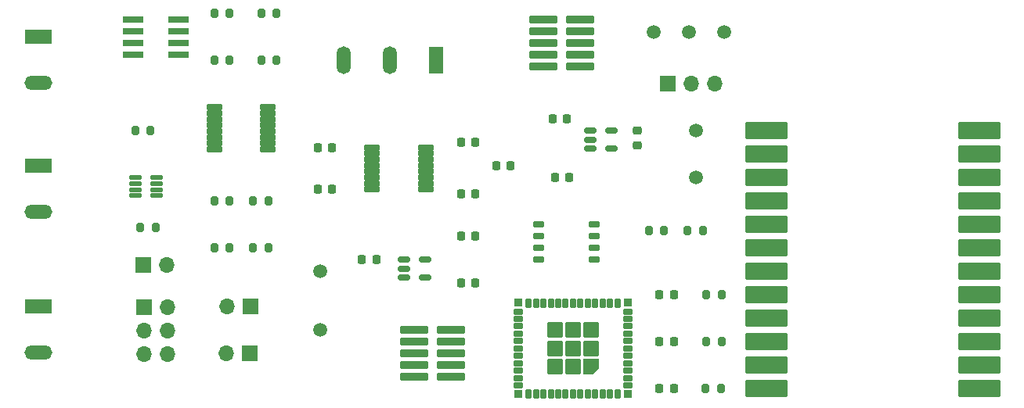
<source format=gts>
G04 #@! TF.GenerationSoftware,KiCad,Pcbnew,7.0.7*
G04 #@! TF.CreationDate,2023-10-14T20:43:12-07:00*
G04 #@! TF.ProjectId,Soil Power Sensor,536f696c-2050-46f7-9765-722053656e73,2.1.0*
G04 #@! TF.SameCoordinates,Original*
G04 #@! TF.FileFunction,Soldermask,Top*
G04 #@! TF.FilePolarity,Negative*
%FSLAX46Y46*%
G04 Gerber Fmt 4.6, Leading zero omitted, Abs format (unit mm)*
G04 Created by KiCad (PCBNEW 7.0.7) date 2023-10-14 20:43:12*
%MOMM*%
%LPD*%
G01*
G04 APERTURE LIST*
G04 Aperture macros list*
%AMRoundRect*
0 Rectangle with rounded corners*
0 $1 Rounding radius*
0 $2 $3 $4 $5 $6 $7 $8 $9 X,Y pos of 4 corners*
0 Add a 4 corners polygon primitive as box body*
4,1,4,$2,$3,$4,$5,$6,$7,$8,$9,$2,$3,0*
0 Add four circle primitives for the rounded corners*
1,1,$1+$1,$2,$3*
1,1,$1+$1,$4,$5*
1,1,$1+$1,$6,$7*
1,1,$1+$1,$8,$9*
0 Add four rect primitives between the rounded corners*
20,1,$1+$1,$2,$3,$4,$5,0*
20,1,$1+$1,$4,$5,$6,$7,0*
20,1,$1+$1,$6,$7,$8,$9,0*
20,1,$1+$1,$8,$9,$2,$3,0*%
G04 Aperture macros list end*
%ADD10R,1.700000X1.700000*%
%ADD11O,1.700000X1.700000*%
%ADD12O,3.000000X1.500000*%
%ADD13R,3.000000X1.500000*%
%ADD14RoundRect,0.152850X-0.733750X-0.153750X0.733750X-0.153750X0.733750X0.153750X-0.733750X0.153750X0*%
%ADD15RoundRect,0.125000X-0.537500X-0.125000X0.537500X-0.125000X0.537500X0.125000X-0.537500X0.125000X0*%
%ADD16RoundRect,0.101600X-0.450000X-0.250000X0.450000X-0.250000X0.450000X0.250000X-0.450000X0.250000X0*%
%ADD17RoundRect,0.101600X-0.750000X-0.225000X0.750000X-0.225000X0.750000X0.225000X-0.750000X0.225000X0*%
%ADD18RoundRect,0.101600X-2.150000X-0.825000X2.150000X-0.825000X2.150000X0.825000X-2.150000X0.825000X0*%
%ADD19RoundRect,0.150000X-0.512500X-0.150000X0.512500X-0.150000X0.512500X0.150000X-0.512500X0.150000X0*%
%ADD20R,1.500000X3.000000*%
%ADD21O,1.500000X3.000000*%
%ADD22C,1.500000*%
%ADD23RoundRect,0.200000X-0.200000X-0.275000X0.200000X-0.275000X0.200000X0.275000X-0.200000X0.275000X0*%
%ADD24RoundRect,0.225000X-0.225000X-0.250000X0.225000X-0.250000X0.225000X0.250000X-0.225000X0.250000X0*%
%ADD25RoundRect,0.225000X0.225000X0.250000X-0.225000X0.250000X-0.225000X-0.250000X0.225000X-0.250000X0*%
%ADD26RoundRect,0.200000X0.200000X0.275000X-0.200000X0.275000X-0.200000X-0.275000X0.200000X-0.275000X0*%
%ADD27RoundRect,0.101600X-0.990000X-0.265000X0.990000X-0.265000X0.990000X0.265000X-0.990000X0.265000X0*%
%ADD28RoundRect,0.101600X0.350000X0.350000X-0.350000X0.350000X-0.350000X-0.350000X0.350000X-0.350000X0*%
%ADD29RoundRect,0.101600X0.725000X0.725000X-0.725000X0.725000X-0.725000X-0.725000X0.725000X-0.725000X0*%
%ADD30RoundRect,0.101600X0.200000X0.400000X-0.200000X0.400000X-0.200000X-0.400000X0.200000X-0.400000X0*%
%ADD31RoundRect,0.101600X0.400000X0.200000X-0.400000X0.200000X-0.400000X-0.200000X0.400000X-0.200000X0*%
%ADD32RoundRect,0.101600X-1.385000X-0.325000X1.385000X-0.325000X1.385000X0.325000X-1.385000X0.325000X0*%
%ADD33RoundRect,0.225000X-0.250000X0.225000X-0.250000X-0.225000X0.250000X-0.225000X0.250000X0.225000X0*%
G04 APERTURE END LIST*
G36*
X195255000Y-89207071D02*
G01*
X194592071Y-89870000D01*
X193595000Y-89870000D01*
X193595000Y-88210000D01*
X195255000Y-88210000D01*
X195255000Y-89207071D01*
G37*
D10*
X146045000Y-82565000D03*
D11*
X148585000Y-82565000D03*
X146045000Y-85105000D03*
X148585000Y-85105000D03*
X146045000Y-87645000D03*
X148585000Y-87645000D03*
D12*
X134620000Y-58340000D03*
D13*
X134620000Y-53340000D03*
D11*
X148540000Y-78000000D03*
D10*
X146000000Y-78000000D03*
D11*
X154940000Y-87630000D03*
D10*
X157480000Y-87630000D03*
D11*
X155000000Y-82550000D03*
D10*
X157540000Y-82550000D03*
D11*
X207772000Y-58420000D03*
X205232000Y-58420000D03*
D10*
X202692000Y-58420000D03*
D14*
X159410000Y-60960000D03*
X159410000Y-61610000D03*
X159410000Y-62260000D03*
X159410000Y-62910000D03*
X159410000Y-63560000D03*
X159410000Y-64210000D03*
X159410000Y-64860000D03*
X159410000Y-65510000D03*
X153670000Y-65510000D03*
X153670000Y-64860000D03*
X153670000Y-64210000D03*
X153670000Y-63560000D03*
X153670000Y-62910000D03*
X153670000Y-62260000D03*
X153670000Y-61610000D03*
X153670000Y-60960000D03*
D15*
X147385000Y-68580000D03*
X147385000Y-69230000D03*
X147385000Y-69880000D03*
X147385000Y-70530000D03*
X145110000Y-70530000D03*
X145110000Y-69880000D03*
X145110000Y-69230000D03*
X145110000Y-68580000D03*
D16*
X194770000Y-73660000D03*
X194770000Y-74930000D03*
X194770000Y-76200000D03*
X194770000Y-77470000D03*
X188770000Y-77470000D03*
X188770000Y-76200000D03*
X188770000Y-74930000D03*
X188770000Y-73660000D03*
D17*
X176530000Y-65300000D03*
X176530000Y-65950000D03*
X176530000Y-66600000D03*
X176530000Y-67250000D03*
X176530000Y-67900000D03*
X176530000Y-68550000D03*
X176530000Y-69200000D03*
X176530000Y-69850000D03*
X170730000Y-69850000D03*
X170730000Y-69200000D03*
X170730000Y-68550000D03*
X170730000Y-67900000D03*
X170730000Y-67250000D03*
X170730000Y-66600000D03*
X170730000Y-65950000D03*
X170730000Y-65300000D03*
D18*
X236360000Y-63500000D03*
X236360000Y-66040000D03*
X236360000Y-68580000D03*
X236360000Y-71120000D03*
X236360000Y-73660000D03*
X236360000Y-76200000D03*
X236360000Y-78740000D03*
X236360000Y-81280000D03*
X236360000Y-83820000D03*
X236360000Y-86360000D03*
X236360000Y-88900000D03*
X236360000Y-91440000D03*
X213360000Y-91440000D03*
X213360000Y-88900000D03*
X213360000Y-86360000D03*
X213360000Y-83820000D03*
X213360000Y-81280000D03*
X213360000Y-78740000D03*
X213360000Y-76200000D03*
X213360000Y-73660000D03*
X213360000Y-71120000D03*
X213360000Y-68580000D03*
X213360000Y-66040000D03*
X213360000Y-63500000D03*
D19*
X196585000Y-63500000D03*
X196585000Y-65400000D03*
X194310000Y-65400000D03*
X194310000Y-64450000D03*
X194310000Y-63500000D03*
D20*
X177640000Y-55880000D03*
D21*
X172640000Y-55880000D03*
X167640000Y-55880000D03*
D22*
X204978000Y-52832000D03*
D23*
X158750000Y-55880000D03*
X160400000Y-55880000D03*
D13*
X134620000Y-82550000D03*
D12*
X134620000Y-87550000D03*
D24*
X180340000Y-64770000D03*
X181890000Y-64770000D03*
D25*
X191770000Y-62230000D03*
X190220000Y-62230000D03*
X192050000Y-68580000D03*
X190500000Y-68580000D03*
X166370000Y-65360000D03*
X164820000Y-65360000D03*
D23*
X157860000Y-76200000D03*
X159510000Y-76200000D03*
D24*
X180327000Y-70358000D03*
X181877000Y-70358000D03*
D22*
X165100000Y-85090000D03*
X205740000Y-63500000D03*
D26*
X208520000Y-81280000D03*
X206870000Y-81280000D03*
D27*
X144855000Y-51435000D03*
X144855000Y-52705000D03*
X144855000Y-53975000D03*
X144855000Y-55245000D03*
X149785000Y-55245000D03*
X149785000Y-53975000D03*
X149785000Y-52705000D03*
X149785000Y-51435000D03*
D23*
X153670000Y-71120000D03*
X155320000Y-71120000D03*
D25*
X181890000Y-80010000D03*
X180340000Y-80010000D03*
D23*
X145110000Y-63500000D03*
X146760000Y-63500000D03*
D22*
X165100000Y-78740000D03*
D26*
X208420000Y-91440000D03*
X206770000Y-91440000D03*
D24*
X184150000Y-67310000D03*
X185700000Y-67310000D03*
X180340000Y-74930000D03*
X181890000Y-74930000D03*
X164820000Y-69850000D03*
X166370000Y-69850000D03*
D19*
X174205000Y-77470000D03*
X174205000Y-78420000D03*
X174205000Y-79370000D03*
X176480000Y-79370000D03*
X176480000Y-77470000D03*
D25*
X171170000Y-77470000D03*
X169620000Y-77470000D03*
D24*
X201790000Y-91440000D03*
X203340000Y-91440000D03*
X201790000Y-86360000D03*
X203340000Y-86360000D03*
D28*
X198400000Y-92015000D03*
X198400000Y-82115000D03*
X186500000Y-82115000D03*
X186500000Y-92015000D03*
D29*
X192450000Y-87065000D03*
X194425000Y-87065000D03*
X194425000Y-85090000D03*
X192450000Y-85090000D03*
X190475000Y-85090000D03*
X190475000Y-87065000D03*
X190475000Y-89040000D03*
X192450000Y-89040000D03*
D30*
X197250000Y-91965000D03*
X196450000Y-91965000D03*
X195650000Y-91965000D03*
X194850000Y-91965000D03*
X194050000Y-91965000D03*
X193250000Y-91965000D03*
X192450000Y-91965000D03*
X191650000Y-91965000D03*
X190850000Y-91965000D03*
X190050000Y-91965000D03*
X189250000Y-91965000D03*
X188450000Y-91965000D03*
X187650000Y-91965000D03*
D31*
X186550000Y-91065000D03*
X186550000Y-90265000D03*
X186550000Y-89465000D03*
X186550000Y-88665000D03*
X186550000Y-87865000D03*
X186550000Y-87065000D03*
X186550000Y-86265000D03*
X186550000Y-85465000D03*
X186550000Y-84665000D03*
X186550000Y-83865000D03*
X186550000Y-83065000D03*
D30*
X187650000Y-82165000D03*
X188450000Y-82165000D03*
X189250000Y-82165000D03*
X190050000Y-82165000D03*
X190850000Y-82165000D03*
X191650000Y-82165000D03*
X192450000Y-82165000D03*
X193250000Y-82165000D03*
X194050000Y-82165000D03*
X194850000Y-82165000D03*
X195650000Y-82165000D03*
X196450000Y-82165000D03*
X197250000Y-82165000D03*
D31*
X198350000Y-83065000D03*
X198350000Y-83865000D03*
X198350000Y-84665000D03*
X198350000Y-85465000D03*
X198350000Y-86265000D03*
X198350000Y-87065000D03*
X198350000Y-87865000D03*
X198350000Y-88665000D03*
X198350000Y-89465000D03*
X198350000Y-90265000D03*
X198350000Y-91065000D03*
D26*
X206500000Y-74295000D03*
X204850000Y-74295000D03*
D22*
X205740000Y-68580000D03*
D13*
X134620000Y-67310000D03*
D12*
X134620000Y-72310000D03*
D23*
X153670000Y-50800000D03*
X155320000Y-50800000D03*
D32*
X189230000Y-51435000D03*
X193260000Y-51435000D03*
X189230000Y-52705000D03*
X193260000Y-52705000D03*
X189230000Y-53975000D03*
X193260000Y-53975000D03*
X189230000Y-55245000D03*
X193260000Y-55245000D03*
X189230000Y-56515000D03*
X193260000Y-56515000D03*
D23*
X153670000Y-55880000D03*
X155320000Y-55880000D03*
X206870000Y-86360000D03*
X208520000Y-86360000D03*
D22*
X208788000Y-52832000D03*
D33*
X199390000Y-63500000D03*
X199390000Y-65050000D03*
D22*
X201168000Y-52832000D03*
D32*
X175260000Y-85090000D03*
X179290000Y-85090000D03*
X175260000Y-86360000D03*
X179290000Y-86360000D03*
X175260000Y-87630000D03*
X179290000Y-87630000D03*
X175260000Y-88900000D03*
X179290000Y-88900000D03*
X175260000Y-90170000D03*
X179290000Y-90170000D03*
D23*
X153670000Y-76200000D03*
X155320000Y-76200000D03*
X147320000Y-74000000D03*
X145670000Y-74000000D03*
D24*
X201790000Y-81280000D03*
X203340000Y-81280000D03*
D23*
X157860000Y-71120000D03*
X159510000Y-71120000D03*
X158750000Y-50800000D03*
X160400000Y-50800000D03*
D26*
X202310000Y-74295000D03*
X200660000Y-74295000D03*
M02*

</source>
